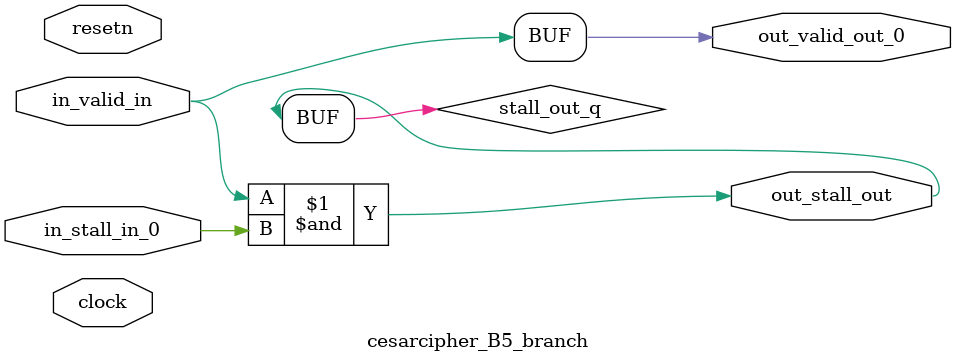
<source format=sv>



(* altera_attribute = "-name AUTO_SHIFT_REGISTER_RECOGNITION OFF; -name MESSAGE_DISABLE 10036; -name MESSAGE_DISABLE 10037; -name MESSAGE_DISABLE 14130; -name MESSAGE_DISABLE 14320; -name MESSAGE_DISABLE 15400; -name MESSAGE_DISABLE 14130; -name MESSAGE_DISABLE 10036; -name MESSAGE_DISABLE 12020; -name MESSAGE_DISABLE 12030; -name MESSAGE_DISABLE 12010; -name MESSAGE_DISABLE 12110; -name MESSAGE_DISABLE 14320; -name MESSAGE_DISABLE 13410; -name MESSAGE_DISABLE 113007; -name MESSAGE_DISABLE 10958" *)
module cesarcipher_B5_branch (
    input wire [0:0] in_stall_in_0,
    input wire [0:0] in_valid_in,
    output wire [0:0] out_stall_out,
    output wire [0:0] out_valid_out_0,
    input wire clock,
    input wire resetn
    );

    wire [0:0] stall_out_q;


    // stall_out(LOGICAL,6)
    assign stall_out_q = in_valid_in & in_stall_in_0;

    // out_stall_out(GPOUT,4)
    assign out_stall_out = stall_out_q;

    // out_valid_out_0(GPOUT,5)
    assign out_valid_out_0 = in_valid_in;

endmodule

</source>
